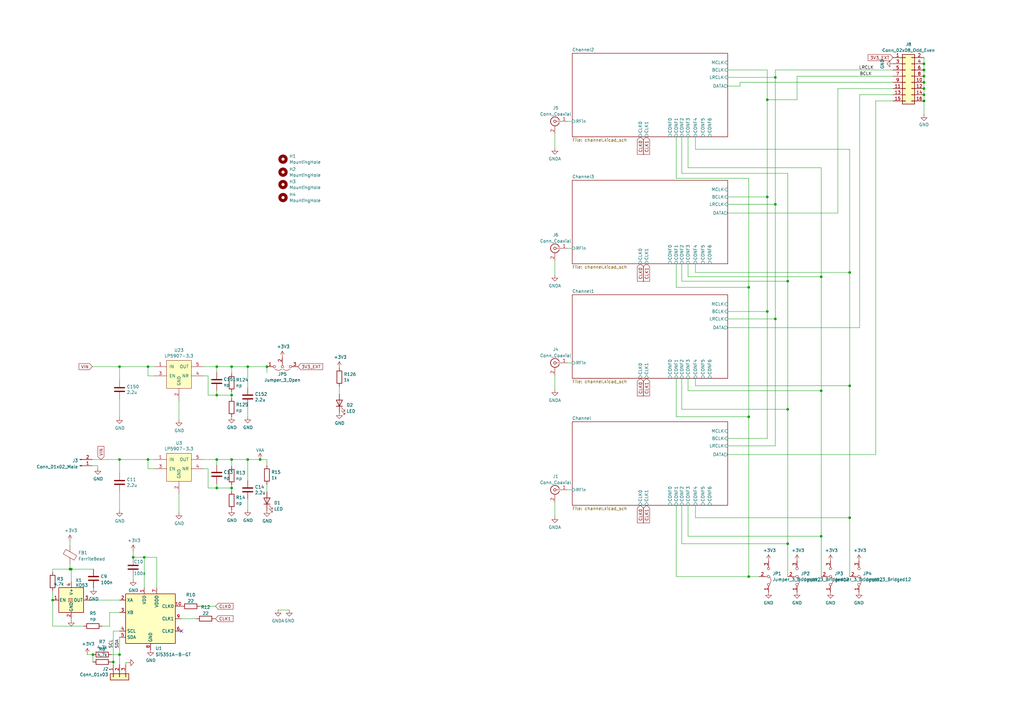
<source format=kicad_sch>
(kicad_sch (version 20250114) (generator "eeschema") (generator_version "9.0")
  (paper "A3")
  (title_block (title "Multichannel shortwave receiver") (date "2025-08-03") (rev "1") (company "DC4HP hnch@gmx.net") (comment 1 "Designed for AISLER 2-Layer Service"))
  (lib_symbols
    (symbol "Connector:Conn_01x02_Male" (pin_names (offset 1.016) (hide yes))
      (property "Reference" "J" (at 0 2.54 0))
      (property "Value" "Conn_01x02_Male" (at 0 -5.08 0))
      (symbol "Conn_01x02_Male_1_1"
        (rectangle (start 0.8636 0.127) (end 0 -0.127) (stroke (width 0.1524)) (fill (type outline)))
        (rectangle (start 0.8636 -2.413) (end 0 -2.667) (stroke (width 0.1524)) (fill (type outline)))
        (polyline (pts (xy 1.27 0) (xy 0.8636 0)) (stroke (width 0.1524)))
        (polyline (pts (xy 1.27 -2.54) (xy 0.8636 -2.54)) (stroke (width 0.1524)))
        (pin passive line (at 5.08 0 180) (length 3.81) (name "Pin_1") (number "1"))
        (pin passive line (at 5.08 -2.54 180) (length 3.81) (name "Pin_2") (number "2"))
      )
    )
    (symbol "Connector:Conn_01x03" (pin_names (offset 1.016) (hide yes))
      (property "Reference" "J" (at 0 5.08 0))
      (property "Value" "Connector_Conn_01x03" (at 0 -5.08 0))
      (symbol "Conn_01x03_1_1"
        (rectangle (start -1.27 3.81) (end 1.27 -3.81) (stroke (width 0.254)) (fill (type background)))
        (rectangle (start -1.27 2.667) (end 0 2.413) (stroke (width 0.1524)))
        (rectangle (start -1.27 0.127) (end 0 -0.127) (stroke (width 0.1524)))
        (rectangle (start -1.27 -2.413) (end 0 -2.667) (stroke (width 0.1524)))
        (pin passive line (at -5.08 2.54 0) (length 3.81) (name "Pin_1") (number "1"))
        (pin passive line (at -5.08 0 0) (length 3.81) (name "Pin_2") (number "2"))
        (pin passive line (at -5.08 -2.54 0) (length 3.81) (name "Pin_3") (number "3"))
      )
    )
    (symbol "Connector:Conn_Coaxial" (pin_names (offset 1.016) (hide yes))
      (property "Reference" "J" (at 0.254 3.048 0))
      (property "Value" "Conn_Coaxial" (at 2.921 0 90))
      (symbol "Conn_Coaxial_0_1"
        (polyline (pts (xy -2.54 0) (xy -0.508 0)))
        (arc (start 1.778 0) (mid 0.222 -1.8079) (end -1.778 -0.508) (stroke (width 0.254)))
        (arc (start -1.778 0.508) (mid 0.2221 1.8084) (end 1.778 0) (stroke (width 0.254)))
        (circle (center 0 0) (radius 0.508) (stroke (width 0.2032)))
        (polyline (pts (xy 0 -2.54) (xy 0 -1.778)))
      )
      (symbol "Conn_Coaxial_1_1"
        (pin passive line (at -5.08 0 0) (length 2.54) (name "In") (number "1"))
        (pin passive line (at 0 -5.08 90) (length 2.54) (name "Ext") (number "2"))
      )
    )
    (symbol "Connector_Generic:Conn_02x08_Odd_Even" (pin_names (offset 1.016) (hide yes))
      (property "Reference" "J" (at 1.27 10.16 0))
      (property "Value" "Conn_02x08_Odd_Even" (at 1.27 -12.7 0))
      (symbol "Conn_02x08_Odd_Even_1_1"
        (rectangle (start -1.27 8.89) (end 3.81 -11.43) (stroke (width 0.254)) (fill (type background)))
        (rectangle (start -1.27 7.747) (end 0 7.493) (stroke (width 0.1524)))
        (rectangle (start -1.27 5.207) (end 0 4.953) (stroke (width 0.1524)))
        (rectangle (start -1.27 2.667) (end 0 2.413) (stroke (width 0.1524)))
        (rectangle (start -1.27 0.127) (end 0 -0.127) (stroke (width 0.1524)))
        (rectangle (start -1.27 -2.413) (end 0 -2.667) (stroke (width 0.1524)))
        (rectangle (start -1.27 -4.953) (end 0 -5.207) (stroke (width 0.1524)))
        (rectangle (start -1.27 -7.493) (end 0 -7.747) (stroke (width 0.1524)))
        (rectangle (start -1.27 -10.033) (end 0 -10.287) (stroke (width 0.1524)))
        (rectangle (start 3.81 7.747) (end 2.54 7.493) (stroke (width 0.1524)))
        (rectangle (start 3.81 5.207) (end 2.54 4.953) (stroke (width 0.1524)))
        (rectangle (start 3.81 2.667) (end 2.54 2.413) (stroke (width 0.1524)))
        (rectangle (start 3.81 0.127) (end 2.54 -0.127) (stroke (width 0.1524)))
        (rectangle (start 3.81 -2.413) (end 2.54 -2.667) (stroke (width 0.1524)))
        (rectangle (start 3.81 -4.953) (end 2.54 -5.207) (stroke (width 0.1524)))
        (rectangle (start 3.81 -7.493) (end 2.54 -7.747) (stroke (width 0.1524)))
        (rectangle (start 3.81 -10.033) (end 2.54 -10.287) (stroke (width 0.1524)))
        (pin passive line (at -5.08 7.62 0) (length 3.81) (name "Pin_1") (number "1"))
        (pin passive line (at -5.08 5.08 0) (length 3.81) (name "Pin_3") (number "3"))
        (pin passive line (at -5.08 2.54 0) (length 3.81) (name "Pin_5") (number "5"))
        (pin passive line (at -5.08 0 0) (length 3.81) (name "Pin_7") (number "7"))
        (pin passive line (at -5.08 -2.54 0) (length 3.81) (name "Pin_9") (number "9"))
        (pin passive line (at -5.08 -5.08 0) (length 3.81) (name "Pin_11") (number "11"))
        (pin passive line (at -5.08 -7.62 0) (length 3.81) (name "Pin_13") (number "13"))
        (pin passive line (at -5.08 -10.16 0) (length 3.81) (name "Pin_15") (number "15"))
        (pin passive line (at 7.62 7.62 180) (length 3.81) (name "Pin_2") (number "2"))
        (pin passive line (at 7.62 5.08 180) (length 3.81) (name "Pin_4") (number "4"))
        (pin passive line (at 7.62 2.54 180) (length 3.81) (name "Pin_6") (number "6"))
        (pin passive line (at 7.62 0 180) (length 3.81) (name "Pin_8") (number "8"))
        (pin passive line (at 7.62 -2.54 180) (length 3.81) (name "Pin_10") (number "10"))
        (pin passive line (at 7.62 -5.08 180) (length 3.81) (name "Pin_12") (number "12"))
        (pin passive line (at 7.62 -7.62 180) (length 3.81) (name "Pin_14") (number "14"))
        (pin passive line (at 7.62 -10.16 180) (length 3.81) (name "Pin_16") (number "16"))
      )
    )
    (symbol "Device:C" (pin_numbers (hide yes)) (pin_names (offset 0.254))
      (property "Reference" "C" (at 0.635 2.54 0))
      (property "Value" "C" (at 0.635 -2.54 0))
      (symbol "C_0_1"
        (polyline (pts (xy -2.032 0.762) (xy 2.032 0.762)) (stroke (width 0.508)))
        (polyline (pts (xy -2.032 -0.762) (xy 2.032 -0.762)) (stroke (width 0.508)))
      )
      (symbol "C_1_1"
        (pin passive line (at 0 3.81 270) (length 2.794) (name "~") (number "1"))
        (pin passive line (at 0 -3.81 90) (length 2.794) (name "~") (number "2"))
      )
    )
    (symbol "Device:FerriteBead" (pin_numbers (hide yes)) (pin_names (offset 0))
      (property "Reference" "FB" (at -3.81 0.635 90))
      (property "Value" "FerriteBead" (at 3.81 0 90))
      (symbol "FerriteBead_0_1"
        (polyline (pts (xy -2.7686 0.4064) (xy -1.7018 2.2606) (xy 2.7686 -0.3048) (xy 1.6764 -2.159) (xy -2.7686 0.4064)))
        (polyline (pts (xy 0 1.27) (xy 0 1.2954)))
        (polyline (pts (xy 0 -1.27) (xy 0 -1.2192)))
      )
      (symbol "FerriteBead_1_1"
        (pin passive line (at 0 3.81 270) (length 2.54) (name "~") (number "1"))
        (pin passive line (at 0 -3.81 90) (length 2.54) (name "~") (number "2"))
      )
    )
    (symbol "Device:LED" (pin_numbers (hide yes)) (pin_names (offset 1.016) (hide yes))
      (property "Reference" "D" (at 0 2.54 0))
      (property "Value" "LED" (at 0 -2.54 0))
      (symbol "LED_0_1"
        (polyline (pts (xy -3.048 -0.762) (xy -4.572 -2.286) (xy -3.81 -2.286) (xy -4.572 -2.286) (xy -4.572 -1.524)))
        (polyline (pts (xy -1.778 -0.762) (xy -3.302 -2.286) (xy -2.54 -2.286) (xy -3.302 -2.286) (xy -3.302 -1.524)))
        (polyline (pts (xy -1.27 0) (xy 1.27 0)))
        (polyline (pts (xy -1.27 -1.27) (xy -1.27 1.27)) (stroke (width 0.254)))
        (polyline (pts (xy 1.27 -1.27) (xy 1.27 1.27) (xy -1.27 0) (xy 1.27 -1.27)) (stroke (width 0.254)))
      )
      (symbol "LED_1_1"
        (pin passive line (at -3.81 0 0) (length 2.54) (name "K") (number "1"))
        (pin passive line (at 3.81 0 180) (length 2.54) (name "A") (number "2"))
      )
    )
    (symbol "Device:R" (pin_numbers (hide yes)) (pin_names (offset 0))
      (property "Reference" "R" (at 2.032 0 90))
      (property "Value" "R" (at 0 0 90))
      (symbol "R_0_1"
        (rectangle (start -1.016 -2.54) (end 1.016 2.54) (stroke (width 0.254)))
      )
      (symbol "R_1_1"
        (pin passive line (at 0 3.81 270) (length 1.27) (name "~") (number "1"))
        (pin passive line (at 0 -3.81 90) (length 1.27) (name "~") (number "2"))
      )
    )
    (symbol "GND_1" (power) (pin_names (offset 0))
      (property "Value" "GND_1" (at 0 -3.81 0))
      (symbol "GND_1_0_1"
        (polyline (pts (xy 0 0) (xy 0 -1.27) (xy 1.27 -1.27) (xy 0 -2.54) (xy -1.27 -1.27) (xy 0 -1.27)))
      )
      (symbol "GND_1_1_1"
        (pin power_in line (at 0 0 270) (length 0) (hide yes) (name "GND") (number "1"))
      )
    )
    (symbol "Jumper:Jumper_3_Bridged12" (pin_names (offset 0) (hide yes))
      (property "Reference" "JP" (at -2.54 -2.54 0))
      (property "Value" "Jumper_3_Bridged12" (at 0 2.794 0))
      (symbol "Jumper_3_Bridged12_0_0"
        (circle (center -3.302 0) (radius 0.508))
        (circle (center 0 0) (radius 0.508))
        (circle (center 3.302 0) (radius 0.508))
      )
      (symbol "Jumper_3_Bridged12_0_1"
        (arc (start -3.048 0.508) (mid -1.651 0.9912) (end -0.254 0.508))
        (polyline (pts (xy 0 -1.27) (xy 0 -0.508)))
      )
      (symbol "Jumper_3_Bridged12_1_1"
        (pin passive line (at -6.35 0 0) (length 2.54) (name "A") (number "1"))
        (pin passive line (at 0 -3.81 90) (length 2.54) (name "C") (number "2"))
        (pin passive line (at 6.35 0 180) (length 2.54) (name "B") (number "3"))
      )
    )
    (symbol "Jumper:Jumper_3_Open" (pin_names (offset 0) (hide yes))
      (property "Reference" "JP" (at -2.54 -2.54 0))
      (property "Value" "Jumper_3_Open" (at 0 2.794 0))
      (symbol "Jumper_3_Open_0_0"
        (circle (center -3.302 0) (radius 0.508))
        (circle (center 0 0) (radius 0.508))
        (circle (center 3.302 0) (radius 0.508))
      )
      (symbol "Jumper_3_Open_0_1"
        (arc (start -3.048 1.016) (mid -1.651 1.4992) (end -0.254 1.016))
        (polyline (pts (xy 0 -0.508) (xy 0 -1.27)))
        (arc (start 0.254 1.016) (mid 1.651 1.4992) (end 3.048 1.016))
      )
      (symbol "Jumper_3_Open_1_1"
        (pin passive line (at -6.35 0 0) (length 2.54) (name "A") (number "1"))
        (pin passive line (at 0 -3.81 90) (length 2.54) (name "C") (number "2"))
        (pin passive line (at 6.35 0 180) (length 2.54) (name "B") (number "3"))
      )
    )
    (symbol "Mechanical:MountingHole" (pin_names (offset 1.016))
      (property "Reference" "H" (at 0 5.08 0))
      (property "Value" "MountingHole" (at 0 3.175 0))
      (symbol "MountingHole_0_1"
        (circle (center 0 0) (radius 1.27) (stroke (width 1.27)))
      )
    )
    (symbol "Oscillator:Si5351A-B-GT"
      (property "Reference" "U" (at -8.89 11.43 0))
      (property "Value" "Si5351A-B-GT" (at -12.7 -12.7 0))
      (symbol "Si5351A-B-GT_0_1"
        (rectangle (start -10.16 10.16) (end 10.16 -10.16) (stroke (width 0.254)) (fill (type background)))
      )
      (symbol "Si5351A-B-GT_1_1"
        (pin input line (at -12.7 7.62 0) (length 2.54) (name "XA") (number "2"))
        (pin input line (at -12.7 2.54 0) (length 2.54) (name "XB") (number "3"))
        (pin input line (at -12.7 -5.08 0) (length 2.54) (name "SCL") (number "4"))
        (pin bidirectional line (at -12.7 -7.62 0) (length 2.54) (name "SDA") (number "5"))
        (pin power_in line (at -2.54 12.7 270) (length 2.54) (name "VDD") (number "1"))
        (pin power_in line (at 0 -12.7 90) (length 2.54) (name "GND") (number "8"))
        (pin power_in line (at 2.54 12.7 270) (length 2.54) (name "VDDO") (number "7"))
        (pin output line (at 12.7 5.08 180) (length 2.54) (name "CLK0") (number "10"))
        (pin output line (at 12.7 0 180) (length 2.54) (name "CLK1") (number "9"))
        (pin output line (at 12.7 -5.08 180) (length 2.54) (name "CLK2") (number "6"))
      )
    )
    (symbol "Oscillator:XO53" (pin_names (offset 0.254))
      (property "Reference" "X" (at -5.08 6.35 0))
      (property "Value" "XO53" (at 1.27 -6.35 0))
      (symbol "XO53_0_1"
        (rectangle (start -5.08 5.08) (end 5.08 -5.08) (stroke (width 0.254)) (fill (type background)))
        (polyline (pts (xy 0.762 -0.762) (xy 0.508 -0.762) (xy 0.508 0.762) (xy 0 0.762) (xy 0 -0.762) (xy -0.508 -0.762) (xy -0.508 0.762) (xy -1.016 0.762) (xy -1.016 -0.762) (xy -1.27 -0.762)))
      )
      (symbol "XO53_1_1"
        (pin input line (at -7.62 0 0) (length 2.54) (name "EN") (number "1"))
        (pin power_in line (at 0 7.62 270) (length 2.54) (name "V+") (number "4"))
        (pin power_in line (at 0 -7.62 90) (length 2.54) (name "GND") (number "2"))
        (pin output line (at 7.62 0 180) (length 2.54) (name "OUT") (number "3"))
      )
    )
    (symbol "adrf:TPS73233" (pin_names (offset 1.016))
      (property "Reference" "U" (at 0 0 0))
      (property "Value" "TPS73233" (at 0 0 0))
      (symbol "TPS73233_0_1"
        (rectangle (start -5.08 -1.27) (end 5.08 -12.7) (fill (type background)))
        (rectangle (start 5.08 -12.7) (end 5.08 -12.7))
      )
      (symbol "TPS73233_1_1"
        (pin power_in line (at -10.16 -3.81 0) (length 5.08) (name "IN") (number "1"))
        (pin input line (at -10.16 -7.62 0) (length 5.08) (name "EN") (number "3"))
        (pin passive line (at 0 -17.78 90) (length 5.08) (name "GND") (number "2"))
        (pin power_out line (at 10.16 -3.81 180) (length 5.08) (name "OUT") (number "5"))
        (pin passive line (at 10.16 -7.62 180) (length 5.08) (name "NR") (number "4"))
      )
    )
    (symbol "device:C" (pin_numbers (hide yes)) (pin_names (offset 0.254))
      (property "Reference" "C" (at 0.635 2.54 0))
      (property "Value" "device_C" (at 0.635 -2.54 0))
      (symbol "C_0_1"
        (polyline (pts (xy -2.032 0.762) (xy 2.032 0.762)) (stroke (width 0.508)))
        (polyline (pts (xy -2.032 -0.762) (xy 2.032 -0.762)) (stroke (width 0.508)))
      )
      (symbol "C_1_1"
        (pin passive line (at 0 3.81 270) (length 2.794) (name "~") (number "1"))
        (pin passive line (at 0 -3.81 90) (length 2.794) (name "~") (number "2"))
      )
    )
    (symbol "device:R" (pin_numbers (hide yes)) (pin_names (offset 0))
      (property "Reference" "R" (at 2.032 0 90))
      (property "Value" "device_R" (at 0 0 90))
      (symbol "R_0_1"
        (rectangle (start -1.016 -2.54) (end 1.016 2.54) (stroke (width 0.254)))
      )
      (symbol "R_1_1"
        (pin passive line (at 0 3.81 270) (length 1.27) (name "~") (number "1"))
        (pin passive line (at 0 -3.81 90) (length 1.27) (name "~") (number "2"))
      )
    )
    (symbol "power:+3V3" (power) (pin_names (offset 0))
      (property "Value" "+3V3" (at 0 3.556 0))
      (symbol "+3V3_0_1"
        (polyline (pts (xy -0.762 1.27) (xy 0 2.54)))
        (polyline (pts (xy 0 2.54) (xy 0.762 1.27)))
        (polyline (pts (xy 0 0) (xy 0 2.54)))
      )
      (symbol "+3V3_1_1"
        (pin power_in line (at 0 0 90) (length 0) (hide yes) (name "+3V3") (number "1"))
      )
    )
    (symbol "power:GND" (power) (pin_names (offset 0))
      (property "Value" "GND" (at 0 -3.81 0))
      (symbol "GND_0_1"
        (polyline (pts (xy 0 0) (xy 0 -1.27) (xy 1.27 -1.27) (xy 0 -2.54) (xy -1.27 -1.27) (xy 0 -1.27)))
      )
      (symbol "GND_1_1"
        (pin power_in line (at 0 0 270) (length 0) (hide yes) (name "GND") (number "1"))
      )
    )
    (symbol "power:GNDA" (power) (pin_names (offset 0))
      (property "Value" "GNDA" (at 0 -3.81 0))
      (symbol "GNDA_0_1"
        (polyline (pts (xy 0 0) (xy 0 -1.27) (xy 1.27 -1.27) (xy 0 -2.54) (xy -1.27 -1.27) (xy 0 -1.27)))
      )
      (symbol "GNDA_1_1"
        (pin power_in line (at 0 0 270) (length 0) (hide yes) (name "GNDA") (number "1"))
      )
    )
    (symbol "power:VAA" (power) (pin_names (offset 0))
      (property "Value" "VAA" (at 0 3.81 0))
      (symbol "VAA_0_1"
        (polyline (pts (xy -0.762 1.27) (xy 0 2.54)))
        (polyline (pts (xy 0 2.54) (xy 0.762 1.27)))
        (polyline (pts (xy 0 0) (xy 0 2.54)))
      )
      (symbol "VAA_1_1"
        (pin power_in line (at 0 0 90) (length 0) (hide yes) (name "VAA") (number "1"))
      )
    )
  )
  (junction (at 378.968 28.702))
  (junction (at 29.21 233.426))
  (junction (at 59.182 228.6))
  (junction (at 88.9 200.152))
  (junction (at 378.968 41.402))
  (junction (at 94.996 200.152))
  (junction (at 94.996 188.468))
  (junction (at 49.022 188.468))
  (junction (at 307.086 170.942))
  (junction (at 106.68 188.468))
  (junction (at 348.488 212.344))
  (junction (at 101.6 150.368))
  (junction (at 109.474 150.368))
  (junction (at 54.61 228.6))
  (junction (at 336.804 113.538))
  (junction (at 378.968 33.782))
  (junction (at 28.702 233.426))
  (junction (at 60.706 188.468))
  (junction (at 94.996 162.052))
  (junction (at 314.706 127.762))
  (junction (at 88.9 188.468))
  (junction (at 38.1 268.478))
  (junction (at 318.008 83.82))
  (junction (at 46.482 271.526))
  (junction (at 348.488 158.242))
  (junction (at 101.6 188.468))
  (junction (at 348.488 111.76))
  (junction (at 378.968 38.862))
  (junction (at 88.9 150.368))
  (junction (at 49.022 150.368))
  (junction (at 21.59 246.126))
  (junction (at 378.968 31.242))
  (junction (at 314.706 80.772))
  (junction (at 336.804 160.274))
  (junction (at 323.088 115.316))
  (junction (at 378.968 26.162))
  (junction (at 60.706 150.368))
  (junction (at 336.804 219.964))
  (junction (at 314.706 40.894))
  (junction (at 307.086 236.474))
  (junction (at 88.9 162.052))
  (junction (at 94.996 150.368))
  (junction (at 318.008 31.75))
  (junction (at 49.022 268.478))
  (junction (at 323.088 223.012))
  (junction (at 323.088 167.894))
  (junction (at 318.008 130.81))
  (junction (at 307.086 117.856))
  (junction (at 378.968 36.322))
  (no_connect (at 74.422 258.826))
  (wire (pts (xy 28.702 233.426) (xy 28.702 231.394)))
  (wire (pts (xy 85.344 200.152) (xy 88.9 200.152)))
  (wire (pts (xy 348.488 236.474) (xy 348.488 212.344)))
  (wire (pts (xy 336.804 113.538) (xy 282.194 113.538)))
  (wire (pts (xy 314.706 40.894) (xy 314.706 28.702)))
  (wire (pts (xy 73.406 202.438) (xy 73.406 210.312)))
  (wire (pts (xy 323.088 223.012) (xy 323.088 167.894)))
  (wire (pts (xy 38.354 241.046) (xy 38.354 241.3)))
  (wire (pts (xy 80.518 253.746) (xy 74.422 253.746)))
  (wire (pts (xy 352.552 38.862) (xy 366.268 38.862)))
  (wire (pts (xy 323.088 167.894) (xy 279.654 167.894)))
  (wire (pts (xy 336.804 113.538) (xy 336.804 68.834)))
  (wire (pts (xy 41.91 256.794) (xy 44.958 256.794)))
  (wire (pts (xy 282.194 219.964) (xy 336.804 219.964)))
  (wire (pts (xy 298.45 179.832) (xy 314.706 179.832)))
  (wire (pts (xy 94.996 162.052) (xy 94.996 160.782)))
  (wire (pts (xy 46.482 272.542) (xy 46.482 271.526)))
  (wire (pts (xy 307.086 117.856) (xy 277.368 117.856)))
  (wire (pts (xy 63.246 154.178) (xy 60.706 154.178)))
  (wire (pts (xy 378.968 23.622) (xy 378.968 26.162)))
  (wire (pts (xy 51.562 272.542) (xy 51.562 271.78)))
  (wire (pts (xy 307.086 236.474) (xy 311.404 236.474)))
  (wire (pts (xy 38.1 268.478) (xy 38.1 271.526)))
  (wire (pts (xy 348.488 158.242) (xy 285.242 158.242)))
  (wire (pts (xy 232.664 200.914) (xy 234.696 200.914)))
  (wire (pts (xy 298.45 35.306) (xy 303.53 35.306)))
  (wire (pts (xy 348.488 61.214) (xy 285.242 61.214)))
  (wire (pts (xy 88.9 162.052) (xy 88.9 160.274)))
  (wire (pts (xy 227.584 106.934) (xy 227.584 112.776)))
  (wire (pts (xy 298.45 31.75) (xy 318.008 31.75)))
  (wire (pts (xy 40.132 191.008) (xy 37.846 191.008)))
  (wire (pts (xy 60.706 188.468) (xy 63.246 188.468)))
  (wire (pts (xy 348.488 158.242) (xy 348.488 111.76)))
  (wire (pts (xy 378.968 26.162) (xy 378.968 28.702)))
  (wire (pts (xy 114.046 250.19) (xy 118.618 250.19)))
  (wire (pts (xy 318.008 83.82) (xy 318.008 31.75)))
  (wire (pts (xy 336.804 68.834) (xy 282.194 68.834)))
  (wire (pts (xy 303.53 35.306) (xy 303.53 33.782)))
  (wire (pts (xy 94.996 201.422) (xy 94.996 200.152)))
  (wire (pts (xy 352.552 134.366) (xy 352.552 38.862)))
  (wire (pts (xy 285.242 111.76) (xy 285.242 108.204)))
  (wire (pts (xy 279.654 207.264) (xy 279.654 223.012)))
  (wire (pts (xy 277.368 236.474) (xy 307.086 236.474)))
  (wire (pts (xy 36.83 246.126) (xy 49.022 246.126)))
  (wire (pts (xy 326.898 40.894) (xy 314.706 40.894)))
  (wire (pts (xy 88.9 190.754) (xy 88.9 188.468)))
  (wire (pts (xy 85.344 154.178) (xy 85.344 162.052)))
  (wire (pts (xy 88.392 248.666) (xy 82.042 248.666)))
  (wire (pts (xy 378.968 36.322) (xy 378.968 38.862)))
  (wire (pts (xy 285.242 207.264) (xy 285.242 212.344)))
  (wire (pts (xy 378.968 28.702) (xy 378.968 31.242)))
  (wire (pts (xy 232.664 148.844) (xy 234.696 148.844)))
  (wire (pts (xy 348.488 111.76) (xy 348.488 61.214)))
  (wire (pts (xy 101.6 197.104) (xy 101.6 188.468)))
  (wire (pts (xy 298.45 182.88) (xy 318.008 182.88)))
  (wire (pts (xy 49.022 268.478) (xy 49.022 272.542)))
  (wire (pts (xy 323.088 115.316) (xy 279.654 115.316)))
  (wire (pts (xy 101.6 150.368) (xy 109.474 150.368)))
  (wire (pts (xy 109.474 198.628) (xy 109.474 201.676)))
  (wire (pts (xy 59.182 241.046) (xy 59.182 228.6)))
  (wire (pts (xy 37.846 188.468) (xy 49.022 188.468)))
  (wire (pts (xy 323.088 167.894) (xy 323.088 115.316)))
  (wire (pts (xy 60.706 188.468) (xy 60.706 192.278)))
  (wire (pts (xy 298.45 130.81) (xy 318.008 130.81)))
  (wire (pts (xy 378.968 33.782) (xy 378.968 36.322)))
  (wire (pts (xy 29.21 233.426) (xy 29.21 238.506)))
  (wire (pts (xy 85.344 154.178) (xy 83.566 154.178)))
  (wire (pts (xy 106.68 188.468) (xy 109.474 188.468)))
  (wire (pts (xy 21.59 233.426) (xy 28.702 233.426)))
  (wire (pts (xy 59.182 228.6) (xy 54.61 228.6)))
  (wire (pts (xy 85.344 162.052) (xy 88.9 162.052)))
  (wire (pts (xy 277.368 73.152) (xy 277.368 56.134)))
  (wire (pts (xy 323.088 223.012) (xy 323.088 236.474)))
  (wire (pts (xy 282.194 56.134) (xy 282.194 68.834)))
  (wire (pts (xy 94.996 188.468) (xy 88.9 188.468)))
  (wire (pts (xy 101.6 204.724) (xy 101.6 209.042)))
  (wire (pts (xy 85.344 192.278) (xy 85.344 200.152)))
  (wire (pts (xy 298.45 186.436) (xy 359.156 186.436)))
  (wire (pts (xy 49.022 261.366) (xy 49.022 268.478)))
  (wire (pts (xy 88.9 162.052) (xy 94.996 162.052)))
  (wire (pts (xy 277.368 170.942) (xy 307.086 170.942)))
  (wire (pts (xy 28.702 223.774) (xy 28.702 221.996)))
  (wire (pts (xy 307.086 170.942) (xy 307.086 236.474)))
  (wire (pts (xy 101.6 159.004) (xy 101.6 150.368)))
  (wire (pts (xy 366.268 28.702) (xy 318.008 28.702)))
  (wire (pts (xy 73.406 164.338) (xy 73.406 172.212)))
  (wire (pts (xy 88.9 152.654) (xy 88.9 150.368)))
  (wire (pts (xy 336.804 113.538) (xy 336.804 160.274)))
  (wire (pts (xy 298.45 87.376) (xy 343.662 87.376)))
  (wire (pts (xy 64.262 228.6) (xy 59.182 228.6)))
  (wire (pts (xy 314.706 179.832) (xy 314.706 127.762)))
  (wire (pts (xy 21.59 256.794) (xy 34.29 256.794)))
  (wire (pts (xy 46.482 271.526) (xy 46.482 258.826)))
  (wire (pts (xy 232.664 49.784) (xy 234.696 49.784)))
  (wire (pts (xy 45.72 268.478) (xy 49.022 268.478)))
  (wire (pts (xy 307.086 170.942) (xy 307.086 117.856)))
  (wire (pts (xy 46.482 258.826) (xy 49.022 258.826)))
  (wire (pts (xy 54.61 228.6) (xy 54.61 228.854)))
  (wire (pts (xy 279.654 155.194) (xy 279.654 167.894)))
  (wire (pts (xy 279.654 223.012) (xy 323.088 223.012)))
  (wire (pts (xy 336.804 219.964) (xy 336.804 160.274)))
  (wire (pts (xy 28.702 233.426) (xy 29.21 233.426)))
  (wire (pts (xy 298.45 28.702) (xy 314.706 28.702)))
  (wire (pts (xy 298.45 134.366) (xy 352.552 134.366)))
  (wire (pts (xy 348.488 111.76) (xy 285.242 111.76)))
  (wire (pts (xy 348.488 212.344) (xy 285.242 212.344)))
  (wire (pts (xy 378.968 38.862) (xy 378.968 41.402)))
  (wire (pts (xy 285.242 158.242) (xy 285.242 155.194)))
  (wire (pts (xy 54.61 226.06) (xy 54.61 228.6)))
  (wire (pts (xy 318.008 182.88) (xy 318.008 130.81)))
  (wire (pts (xy 60.706 150.368) (xy 63.246 150.368)))
  (wire (pts (xy 232.664 101.854) (xy 234.696 101.854)))
  (wire (pts (xy 101.6 188.468) (xy 106.68 188.468)))
  (wire (pts (xy 227.584 153.924) (xy 227.584 159.766)))
  (wire (pts (xy 94.996 200.152) (xy 94.996 198.882)))
  (wire (pts (xy 94.996 150.368) (xy 88.9 150.368)))
  (wire (pts (xy 63.246 192.278) (xy 60.706 192.278)))
  (wire (pts (xy 109.474 188.468) (xy 109.474 191.008)))
  (wire (pts (xy 54.61 236.474) (xy 54.61 237.744)))
  (wire (pts (xy 88.9 150.368) (xy 83.566 150.368)))
  (wire (pts (xy 279.654 56.134) (xy 279.654 71.12)))
  (wire (pts (xy 318.008 28.702) (xy 318.008 31.75)))
  (wire (pts (xy 21.59 234.696) (xy 21.59 233.426)))
  (wire (pts (xy 282.194 113.538) (xy 282.194 108.204)))
  (wire (pts (xy 60.706 150.368) (xy 60.706 154.178)))
  (wire (pts (xy 109.474 150.368) (xy 109.474 152.908)))
  (wire (pts (xy 85.344 192.278) (xy 83.566 192.278)))
  (wire (pts (xy 94.996 191.262) (xy 94.996 188.468)))
  (wire (pts (xy 64.262 241.046) (xy 64.262 228.6)))
  (wire (pts (xy 298.45 127.762) (xy 314.706 127.762)))
  (wire (pts (xy 343.662 87.376) (xy 343.662 36.322)))
  (wire (pts (xy 378.968 41.402) (xy 378.968 46.99)))
  (wire (pts (xy 298.45 80.772) (xy 314.706 80.772)))
  (wire (pts (xy 35.814 268.478) (xy 38.1 268.478)))
  (wire (pts (xy 318.008 130.81) (xy 318.008 83.82)))
  (wire (pts (xy 40.132 192.024) (xy 40.132 191.008)))
  (wire (pts (xy 29.21 233.426) (xy 38.354 233.426)))
  (wire (pts (xy 279.654 108.204) (xy 279.654 115.316)))
  (wire (pts (xy 29.21 253.746) (xy 29.21 254.254)))
  (wire (pts (xy 101.6 166.624) (xy 101.6 170.942)))
  (wire (pts (xy 336.804 219.964) (xy 336.804 236.474)))
  (wire (pts (xy 49.022 163.576) (xy 49.022 171.196)))
  (wire (pts (xy 279.654 71.12) (xy 323.088 71.12)))
  (wire (pts (xy 298.45 83.82) (xy 318.008 83.82)))
  (wire (pts (xy 49.022 201.676) (xy 49.022 209.296)))
  (wire (pts (xy 94.996 163.322) (xy 94.996 162.052)))
  (wire (pts (xy 285.242 56.134) (xy 285.242 61.214)))
  (wire (pts (xy 88.9 200.152) (xy 88.9 198.374)))
  (wire (pts (xy 307.086 73.152) (xy 277.368 73.152)))
  (wire (pts (xy 366.268 31.242) (xy 326.898 31.242)))
  (wire (pts (xy 139.192 158.496) (xy 139.192 161.544)))
  (wire (pts (xy 49.022 150.368) (xy 49.022 155.956)))
  (wire (pts (xy 88.9 188.468) (xy 83.566 188.468)))
  (wire (pts (xy 37.846 150.368) (xy 49.022 150.368)))
  (wire (pts (xy 49.022 150.368) (xy 60.706 150.368)))
  (wire (pts (xy 326.898 31.242) (xy 326.898 40.894)))
  (wire (pts (xy 51.562 271.78) (xy 52.324 271.78)))
  (wire (pts (xy 348.488 212.344) (xy 348.488 158.242)))
  (wire (pts (xy 49.022 188.468) (xy 60.706 188.468)))
  (wire (pts (xy 359.156 186.436) (xy 359.156 41.402)))
  (wire (pts (xy 88.392 253.746) (xy 88.138 253.746)))
  (wire (pts (xy 44.958 251.206) (xy 49.022 251.206)))
  (wire (pts (xy 336.804 160.274) (xy 282.194 160.274)))
  (wire (pts (xy 94.996 150.368) (xy 101.6 150.368)))
  (wire (pts (xy 94.996 188.468) (xy 101.6 188.468)))
  (wire (pts (xy 323.088 115.316) (xy 323.088 71.12)))
  (wire (pts (xy 314.706 80.772) (xy 314.706 40.894)))
  (wire (pts (xy 307.086 73.152) (xy 307.086 117.856)))
  (wire (pts (xy 88.9 200.152) (xy 94.996 200.152)))
  (wire (pts (xy 45.72 271.526) (xy 46.482 271.526)))
  (wire (pts (xy 378.968 31.242) (xy 378.968 33.782)))
  (wire (pts (xy 282.194 207.264) (xy 282.194 219.964)))
  (wire (pts (xy 227.584 205.994) (xy 227.584 211.836)))
  (wire (pts (xy 277.368 155.194) (xy 277.368 170.942)))
  (wire (pts (xy 282.194 155.194) (xy 282.194 160.274)))
  (wire (pts (xy 343.662 36.322) (xy 366.268 36.322)))
  (wire (pts (xy 21.59 242.316) (xy 21.59 246.126)))
  (wire (pts (xy 277.368 207.264) (xy 277.368 236.474)))
  (wire (pts (xy 94.996 153.162) (xy 94.996 150.368)))
  (wire (pts (xy 314.706 127.762) (xy 314.706 80.772)))
  (wire (pts (xy 49.022 188.468) (xy 49.022 194.056)))
  (wire (pts (xy 21.59 246.126) (xy 21.59 256.794)))
  (wire (pts (xy 277.368 117.856) (xy 277.368 108.204)))
  (wire (pts (xy 227.584 54.864) (xy 227.584 60.706)))
  (wire (pts (xy 359.156 41.402) (xy 366.268 41.402)))
  (wire (pts (xy 44.958 256.794) (xy 44.958 251.206)))
  (wire (pts (xy 303.53 33.782) (xy 366.268 33.782)))
  (label "LRCLK" (at 352.298 28.702 0))
  (label "SCL" (at 46.482 265.938 90))
  (label "BCLK" (at 352.552 31.242 0))
  (label "SDA" (at 49.022 265.938 90))
  (global_label "VIN" (shape input) (at 41.402 188.468 90) (property "Intersheetrefs" "${INTERSHEET_REFS}" (effects (hide yes))) (property "Referenzen zwischen Schaltplänen" "${INTERSHEET_REFS}" (effects (hide yes))))
  (global_label "CLK0" (shape input) (at 262.636 108.204 270) (property "Intersheetrefs" "${INTERSHEET_REFS}" (effects (hide yes))) (property "Referenzen zwischen Schaltplänen" "${INTERSHEET_REFS}" (effects (hide yes))))
  (global_label "CLK0" (shape input) (at 88.392 248.666 0) (property "Intersheetrefs" "${INTERSHEET_REFS}" (effects (hide yes))) (property "Referenzen zwischen Schaltplänen" "${INTERSHEET_REFS}" (effects (hide yes))))
  (global_label "CLK1" (shape input) (at 265.176 155.194 270) (property "Intersheetrefs" "${INTERSHEET_REFS}" (effects (hide yes))) (property "Referenzen zwischen Schaltplänen" "${INTERSHEET_REFS}" (effects (hide yes))))
  (global_label "CLK1" (shape input) (at 265.176 108.204 270) (property "Intersheetrefs" "${INTERSHEET_REFS}" (effects (hide yes))) (property "Referenzen zwischen Schaltplänen" "${INTERSHEET_REFS}" (effects (hide yes))))
  (global_label "VIN" (shape input) (at 37.846 150.368 180) (property "Intersheetrefs" "${INTERSHEET_REFS}" (effects (hide yes))) (property "Referenzen zwischen Schaltplänen" "${INTERSHEET_REFS}" (effects (hide yes))))
  (global_label "CLK0" (shape input) (at 262.636 56.134 270) (property "Intersheetrefs" "${INTERSHEET_REFS}" (effects (hide yes))) (property "Referenzen zwischen Schaltplänen" "${INTERSHEET_REFS}" (effects (hide yes))))
  (global_label "CLK0" (shape input) (at 262.636 207.264 270) (property "Intersheetrefs" "${INTERSHEET_REFS}" (effects (hide yes))) (property "Referenzen zwischen Schaltplänen" "${INTERSHEET_REFS}" (effects (hide yes))))
  (global_label "CLK1" (shape input) (at 265.176 207.264 270) (property "Intersheetrefs" "${INTERSHEET_REFS}" (effects (hide yes))) (property "Referenzen zwischen Schaltplänen" "${INTERSHEET_REFS}" (effects (hide yes))))
  (global_label "3V3_EXT" (shape input) (at 366.268 23.622 180) (property "Intersheetrefs" "${INTERSHEET_REFS}" (effects (hide yes))))
  (global_label "CLK1" (shape input) (at 88.392 253.746 0) (property "Intersheetrefs" "${INTERSHEET_REFS}" (effects (hide yes))) (property "Referenzen zwischen Schaltplänen" "${INTERSHEET_REFS}" (effects (hide yes))))
  (global_label "CLK0" (shape input) (at 262.636 155.194 270) (property "Intersheetrefs" "${INTERSHEET_REFS}" (effects (hide yes))) (property "Referenzen zwischen Schaltplänen" "${INTERSHEET_REFS}" (effects (hide yes))))
  (global_label "3V3_EXT" (shape input) (at 122.174 150.368 0) (property "Intersheetrefs" "${INTERSHEET_REFS}" (effects (hide yes))))
  (global_label "CLK1" (shape input) (at 265.176 56.134 270) (property "Intersheetrefs" "${INTERSHEET_REFS}" (effects (hide yes))) (property "Referenzen zwischen Schaltplänen" "${INTERSHEET_REFS}" (effects (hide yes))))
  (symbol (lib_id "power:GNDA") (at 227.584 211.836 0) (unit 1)
    (property "Reference" "#PWR023" (effects (hide yes)))
    (property "Value" "GNDA" (at 227.584 216.2794 0))
  )
  (symbol (lib_name "GND_1") (lib_id "power:GND") (at 378.968 46.99 0) (unit 1)
    (property "Reference" "#PWR0206" (effects (hide yes)))
    (property "Value" "GND" (at 378.968 51.1231 0))
  )
  (symbol (lib_id "device:R") (at 21.59 238.506 0) (unit 1)
    (property "Reference" "R3" (at 24.638 237.49 0))
    (property "Value" "4.7k" (at 24.13 239.522 0))
    (property "Footprint" "Resistor_SMD:R_0402_1005Metric" (effects (hide yes)))
  )
  (symbol (lib_id "Jumper:Jumper_3_Bridged12") (at 340.614 236.474 270) (mirror x) (unit 1)
    (property "Reference" "JP3" (at 342.2402 235.2619 90) (effects (justify left)))
    (property "Value" "Jumper_3_Bridged12" (at 342.2402 237.6861 90) (effects (justify left)))
    (property "Footprint" "Jumper:SolderJumper-3_P1.3mm_Bridged12_Pad1.0x1.5mm" (effects (hide yes)))
  )
  (symbol (lib_id "device:R") (at 41.91 271.526 270) (unit 1)
    (property "Reference" "R8" (at 41.91 266.2682 90))
    (property "Value" "4.7k" (at 41.91 268.5796 90))
    (property "Footprint" "Resistor_SMD:R_0402_1005Metric" (effects (hide yes)))
  )
  (symbol (lib_id "power:GND") (at 94.996 209.042 0) (unit 1)
    (property "Reference" "#PWR031" (effects (hide yes)))
    (property "Value" "GND" (at 95.123 213.4362 0))
  )
  (symbol (lib_id "power:GNDA") (at 227.584 60.706 0) (unit 1)
    (property "Reference" "#PWR0112" (effects (hide yes)))
    (property "Value" "GNDA" (at 227.584 65.1494 0))
  )
  (symbol (lib_id "power:GND") (at 29.21 254.254 0) (unit 1)
    (property "Reference" "#PWR012" (effects (hide yes)))
    (property "Value" "GND" (effects (hide yes)))
  )
  (symbol (lib_id "power:GND") (at 49.022 209.296 0) (unit 1)
    (property "Reference" "#PWR022" (effects (hide yes)))
    (property "Value" "GND" (at 49.149 213.6902 0))
  )
  (symbol (lib_id "Connector:Conn_Coaxial") (at 227.584 148.844 0) (mirror y) (unit 1)
    (property "Reference" "J4" (at 227.9014 143.3176 0))
    (property "Value" "Conn_Coaxial" (at 227.9014 145.8545 0))
    (property "Footprint" "Connector_Coaxial:SMA_Samtec_SMA-J-P-X-ST-EM1_EdgeMount" (effects (hide yes)))
    (property "Datasheet" " ~" (effects (hide yes)))
  )
  (symbol (lib_id "device:R") (at 38.1 256.794 90) (unit 1)
    (property "Reference" "R5" (at 38.1 251.5362 90))
    (property "Value" "np" (at 38.1 253.8476 90))
    (property "Footprint" "Resistor_SMD:R_0402_1005Metric" (effects (hide yes)))
  )
  (symbol (lib_id "Mechanical:MountingHole") (at 116.078 70.612 0) (unit 1)
    (property "Reference" "H2" (at 118.618 69.3999 0) (effects (justify left)))
    (property "Value" "MountingHole" (at 118.618 71.8241 0) (effects (justify left)))
    (property "Footprint" "MountingHole:MountingHole_3.2mm_M3_DIN965" (effects (hide yes)))
  )
  (symbol (lib_id "power:GND") (at 326.898 242.824 0) (unit 1)
    (property "Reference" "#PWR062" (effects (hide yes)))
    (property "Value" "GND" (at 326.898 247.2674 0))
  )
  (symbol (lib_id "power:+3V3") (at 35.814 268.478 0) (unit 1)
    (property "Reference" "#PWR013" (effects (hide yes)))
    (property "Value" "+3V3" (at 36.195 264.0838 0))
  )
  (symbol (lib_id "power:GNDA") (at 227.584 159.766 0) (unit 1)
    (property "Reference" "#PWR067" (effects (hide yes)))
    (property "Value" "GNDA" (at 227.584 164.2094 0))
  )
  (symbol (lib_id "Jumper:Jumper_3_Bridged12") (at 352.298 236.474 270) (mirror x) (unit 1)
    (property "Reference" "JP4" (at 353.9242 235.2619 90) (effects (justify left)))
    (property "Value" "Jumper_3_Bridged12" (at 353.9242 237.6861 90) (effects (justify left)))
    (property "Footprint" "Jumper:SolderJumper-3_P1.3mm_Bridged12_Pad1.0x1.5mm" (effects (hide yes)))
  )
  (symbol (lib_id "Oscillator:XO53") (at 29.21 246.126 0) (unit 1)
    (property "Reference" "X1" (at 32.258 237.998 0))
    (property "Value" "XO53" (at 33.528 240.03 0))
    (property "Footprint" "Oscillator:Oscillator_SMD_EuroQuartz_XO32-4Pin_3.2x2.5mm_HandSoldering" (effects (hide yes)))
    (property "Datasheet" "http://cdn-reichelt.de/documents/datenblatt/B400/XO53.pdf" (effects (hide yes)))
  )
  (symbol (lib_id "power:GND") (at 118.618 250.19 0) (unit 1)
    (property "Reference" "#PWR046" (effects (hide yes)))
    (property "Value" "GND" (at 118.745 254.5842 0))
  )
  (symbol (lib_id "Device:C") (at 38.354 237.236 0) (unit 1)
    (property "Reference" "C9" (at 41.275 236.4013 0) (effects (justify left)))
    (property "Value" "100n" (at 41.275 238.9382 0) (effects (justify left)))
    (property "Footprint" "Capacitor_SMD:C_0402_1005Metric" (effects (hide yes)))
  )
  (symbol (lib_id "power:GND") (at 73.406 172.212 0) (unit 1)
    (property "Reference" "#PWR0116" (effects (hide yes)))
    (property "Value" "GND" (at 73.533 176.6062 0))
  )
  (symbol (lib_id "Device:R") (at 84.328 253.746 90) (unit 1)
    (property "Reference" "R12" (at 84.328 249.0302 90))
    (property "Value" "22" (at 84.328 251.5671 90))
    (property "Footprint" "Resistor_SMD:R_0603_1608Metric" (effects (hide yes)))
  )
  (symbol (lib_id "power:GND") (at 40.132 192.024 0) (unit 1)
    (property "Reference" "#PWR019" (effects (hide yes)))
    (property "Value" "GND" (at 40.259 196.4182 0))
  )
  (symbol (lib_id "Jumper:Jumper_3_Bridged12") (at 326.898 236.474 270) (mirror x) (unit 1)
    (property "Reference" "JP2" (at 328.5242 235.2619 90) (effects (justify left)))
    (property "Value" "Jumper_3_Bridged12" (at 328.5242 237.6861 90) (effects (justify left)))
    (property "Footprint" "Jumper:SolderJumper-3_P1.3mm_Bridged12_Pad1.0x1.5mm" (effects (hide yes)))
  )
  (symbol (lib_id "device:R") (at 94.996 195.072 0) (unit 1)
    (property "Reference" "R13" (at 96.774 193.9036 0) (effects (justify left)))
    (property "Value" "np" (at 96.774 196.215 0) (effects (justify left)))
    (property "Footprint" "Resistor_SMD:R_0603_1608Metric" (effects (hide yes)))
  )
  (symbol (lib_id "Connector:Conn_Coaxial") (at 227.584 200.914 0) (mirror y) (unit 1)
    (property "Reference" "J1" (at 227.9014 195.3876 0))
    (property "Value" "Conn_Coaxial" (at 227.9014 197.9245 0))
    (property "Footprint" "Connector_Coaxial:SMA_Samtec_SMA-J-P-X-ST-EM1_EdgeMount" (effects (hide yes)))
    (property "Datasheet" " ~" (effects (hide yes)))
  )
  (symbol (lib_id "power:GND") (at 38.354 241.3 0) (unit 1)
    (property "Reference" "#PWR015" (effects (hide yes)))
    (property "Value" "GND" (at 38.481 245.6942 0))
  )
  (symbol (lib_id "power:+3V3") (at 340.614 230.124 0) (unit 1)
    (property "Reference" "#PWR063" (effects (hide yes)))
    (property "Value" "+3V3" (at 340.995 225.7298 0))
  )
  (symbol (lib_id "power:+3V3") (at 326.898 230.124 0) (unit 1)
    (property "Reference" "#PWR061" (effects (hide yes)))
    (property "Value" "+3V3" (at 327.279 225.7298 0))
  )
  (symbol (lib_id "power:GND") (at 73.406 210.312 0) (unit 1)
    (property "Reference" "#PWR026" (effects (hide yes)))
    (property "Value" "GND" (at 73.533 214.7062 0))
  )
  (symbol (lib_id "Oscillator:Si5351A-B-GT") (at 61.722 253.746 0) (unit 1)
    (property "Reference" "U1" (at 63.7414 265.9364 0) (effects (justify left)))
    (property "Value" "Si5351A-B-GT" (at 63.7414 268.4733 0) (effects (justify left)))
    (property "Footprint" "Package_SO:MSOP-10_3x3mm_P0.5mm" (effects (hide yes)))
    (property "Datasheet" "https://www.silabs.com/documents/public/data-sheets/Si5351-B.pdf" (effects (hide yes)))
  )
  (symbol (lib_id "power:+3V3") (at 54.61 226.06 0) (unit 1)
    (property "Reference" "#PWR017" (effects (hide yes)))
    (property "Value" "+3V3" (at 54.991 221.6658 0))
  )
  (symbol (lib_id "power:GNDA") (at 227.584 112.776 0) (unit 1)
    (property "Reference" "#PWR0113" (effects (hide yes)))
    (property "Value" "GNDA" (at 227.584 117.2194 0))
  )
  (symbol (lib_id "power:+3V3") (at 315.214 230.124 0) (unit 1)
    (property "Reference" "#PWR055" (effects (hide yes)))
    (property "Value" "+3V3" (at 315.595 225.7298 0))
  )
  (symbol (lib_id "adrf:TPS73233") (at 73.406 184.658 0) (unit 1)
    (property "Reference" "U3" (at 73.406 181.737 0))
    (property "Value" "LP5907-3.3" (at 73.406 184.0484 0))
    (property "Footprint" "Package_TO_SOT_SMD:SOT-23-5" (effects (hide yes)))
  )
  (symbol (lib_id "Connector:Conn_01x02_Male") (at 32.766 191.008 0) (mirror x) (unit 1)
    (property "Reference" "J3" (at 32.0549 188.9033 0) (effects (justify right)))
    (property "Value" "Conn_01x02_Male" (at 32.0549 191.4402 0) (effects (justify right)))
    (property "Footprint" "Connector_Phoenix_MSTB:PhoenixContact_MSTBA_2,5_2-G-5,08_1x02_P5.08mm_Horizontal" (effects (hide yes)))
  )
  (symbol (lib_id "power:GND") (at 340.614 242.824 0) (unit 1)
    (property "Reference" "#PWR064" (effects (hide yes)))
    (property "Value" "GND" (at 340.614 247.2674 0))
  )
  (symbol (lib_id "power:GND") (at 54.61 237.744 0) (unit 1)
    (property "Reference" "#PWR018" (effects (hide yes)))
    (property "Value" "GND" (at 54.737 242.1382 0))
  )
  (symbol (lib_id "Mechanical:MountingHole") (at 116.078 65.278 0) (unit 1)
    (property "Reference" "H1" (at 118.618 64.0659 0) (effects (justify left)))
    (property "Value" "MountingHole" (at 118.618 66.4901 0) (effects (justify left)))
    (property "Footprint" "MountingHole:MountingHole_3.2mm_M3_DIN965" (effects (hide yes)))
  )
  (symbol (lib_id "device:C") (at 88.9 156.464 0) (unit 1)
    (property "Reference" "C151" (at 91.694 155.5496 0) (effects (justify left)))
    (property "Value" "np" (at 91.694 157.861 0) (effects (justify left)))
    (property "Footprint" "Capacitor_SMD:C_0603_1608Metric" (effects (hide yes)))
  )
  (symbol (lib_id "power:GND") (at 52.324 271.78 90) (unit 1)
    (property "Reference" "#PWR016" (effects (hide yes)))
    (property "Value" "GND" (effects (hide yes)))
  )
  (symbol (lib_id "Jumper:Jumper_3_Open") (at 115.824 150.368 0) (mirror x) (unit 1)
    (property "Reference" "JP5" (at 115.824 153.4603 0))
    (property "Value" "Jumper_3_Open" (at 115.824 155.8845 0))
    (property "Footprint" "Connector_PinHeader_2.54mm:PinHeader_1x03_P2.54mm_Vertical" (effects (hide yes)))
  )
  (symbol (lib_id "power:+3V3") (at 28.702 221.996 0) (unit 1)
    (property "Reference" "#PWR011" (effects (hide yes)))
    (property "Value" "+3V3" (at 29.083 217.6018 0))
  )
  (symbol (lib_id "device:C") (at 101.6 200.914 0) (unit 1)
    (property "Reference" "C14" (at 104.521 199.7456 0) (effects (justify left)))
    (property "Value" "2.2u" (at 104.521 202.057 0) (effects (justify left)))
    (property "Footprint" "Capacitor_SMD:C_0603_1608Metric" (effects (hide yes)))
  )
  (symbol (lib_id "power:GND") (at 366.268 26.162 270) (unit 1)
    (property "Reference" "#PWR0121" (effects (hide yes)))
    (property "Value" "GND" (at 361.8738 26.289 0))
  )
  (symbol (lib_id "Mechanical:MountingHole") (at 116.078 75.692 0) (unit 1)
    (property "Reference" "H3" (at 118.618 74.4799 0) (effects (justify left)))
    (property "Value" "MountingHole" (at 118.618 76.9041 0) (effects (justify left)))
    (property "Footprint" "MountingHole:MountingHole_3.2mm_M3_DIN965" (effects (hide yes)))
  )
  (symbol (lib_id "power:GND") (at 139.192 169.164 0) (unit 1)
    (property "Reference" "#PWR0120" (effects (hide yes)))
    (property "Value" "GND" (at 139.319 173.5582 0))
  )
  (symbol (lib_id "device:R") (at 94.996 167.132 0) (unit 1)
    (property "Reference" "R125" (at 96.774 165.9636 0) (effects (justify left)))
    (property "Value" "np" (at 96.774 168.275 0) (effects (justify left)))
    (property "Footprint" "Resistor_SMD:R_0603_1608Metric" (effects (hide yes)))
  )
  (symbol (lib_id "device:R") (at 94.996 156.972 0) (unit 1)
    (property "Reference" "R124" (at 96.774 155.8036 0) (effects (justify left)))
    (property "Value" "np" (at 96.774 158.115 0) (effects (justify left)))
    (property "Footprint" "Resistor_SMD:R_0603_1608Metric" (effects (hide yes)))
  )
  (symbol (lib_id "device:C") (at 88.9 194.564 0) (unit 1)
    (property "Reference" "C13" (at 91.694 193.6496 0) (effects (justify left)))
    (property "Value" "np" (at 91.694 195.961 0) (effects (justify left)))
    (property "Footprint" "Capacitor_SMD:C_0603_1608Metric" (effects (hide yes)))
  )
  (symbol (lib_id "power:GND") (at 352.298 242.824 0) (unit 1)
    (property "Reference" "#PWR066" (effects (hide yes)))
    (property "Value" "GND" (at 352.298 247.2674 0))
  )
  (symbol (lib_id "Connector:Conn_01x03") (at 49.022 277.622 90) (mirror x) (unit 1)
    (property "Reference" "J2" (at 44.45 274.3708 90) (effects (justify left)))
    (property "Value" "Conn_01x03" (at 44.45 276.6822 90) (effects (justify left)))
    (property "Footprint" "Connector_PinHeader_2.54mm:PinHeader_1x03_P2.54mm_Vertical" (effects (hide yes)))
  )
  (symbol (lib_id "device:R") (at 41.91 268.478 270) (unit 1)
    (property "Reference" "R7" (at 41.91 263.2202 90))
    (property "Value" "4.7k" (at 41.91 265.5316 90))
    (property "Footprint" "Resistor_SMD:R_0402_1005Metric" (effects (hide yes)))
  )
  (symbol (lib_id "device:C") (at 49.022 159.766 0) (unit 1)
    (property "Reference" "C150" (at 51.943 158.5976 0) (effects (justify left)))
    (property "Value" "2.2u" (at 51.943 160.909 0) (effects (justify left)))
    (property "Footprint" "Capacitor_SMD:C_0603_1608Metric" (effects (hide yes)))
  )
  (symbol (lib_id "device:R") (at 109.474 194.818 0) (unit 1)
    (property "Reference" "R15" (at 111.252 193.6496 0) (effects (justify left)))
    (property "Value" "1k" (at 111.252 195.961 0) (effects (justify left)))
    (property "Footprint" "Resistor_SMD:R_0603_1608Metric" (effects (hide yes)))
  )
  (symbol (lib_id "power:+3V3") (at 115.824 146.558 0) (unit 1)
    (property "Reference" "#PWR0114" (effects (hide yes)))
    (property "Value" "+3V3" (at 116.205 142.1638 0))
  )
  (symbol (lib_id "power:GND") (at 101.6 209.042 0) (unit 1)
    (property "Reference" "#PWR032" (effects (hide yes)))
    (property "Value" "GND" (at 101.727 213.4362 0))
  )
  (symbol (lib_id "Device:C") (at 54.61 232.664 0) (unit 1)
    (property "Reference" "C10" (at 54.864 230.378 0) (effects (justify left)))
    (property "Value" "100n" (at 54.864 235.204 0) (effects (justify left)))
    (property "Footprint" "Capacitor_SMD:C_0402_1005Metric" (effects (hide yes)))
  )
  (symbol (lib_id "adrf:TPS73233") (at 73.406 146.558 0) (unit 1)
    (property "Reference" "U23" (at 73.406 143.637 0))
    (property "Value" "LP5907-3.3" (at 73.406 145.9484 0))
    (property "Footprint" "Package_TO_SOT_SMD:SOT-23-5" (effects (hide yes)))
  )
  (symbol (lib_id "power:+3V3") (at 139.192 150.876 0) (unit 1)
    (property "Reference" "#PWR0119" (effects (hide yes)))
    (property "Value" "+3V3" (at 139.573 146.4818 0))
  )
  (symbol (lib_id "power:GND") (at 109.474 209.296 0) (unit 1)
    (property "Reference" "#PWR034" (effects (hide yes)))
    (property "Value" "GND" (at 109.601 213.6902 0))
  )
  (symbol (lib_id "Device:FerriteBead") (at 28.702 227.584 0) (unit 1)
    (property "Reference" "FB1" (at 32.1056 226.6985 0) (effects (justify left)))
    (property "Value" "FerriteBead" (at 32.1056 229.2354 0) (effects (justify left)))
    (property "Footprint" "Inductor_SMD:L_0603_1608Metric" (effects (hide yes)))
  )
  (symbol (lib_id "device:R") (at 94.996 205.232 0) (unit 1)
    (property "Reference" "R14" (at 96.774 204.0636 0) (effects (justify left)))
    (property "Value" "np" (at 96.774 206.375 0) (effects (justify left)))
    (property "Footprint" "Resistor_SMD:R_0603_1608Metric" (effects (hide yes)))
  )
  (symbol (lib_id "power:GND") (at 315.214 242.824 0) (unit 1)
    (property "Reference" "#PWR057" (effects (hide yes)))
    (property "Value" "GND" (at 315.214 247.2674 0))
  )
  (symbol (lib_id "Device:LED") (at 139.192 165.354 90) (unit 1)
    (property "Reference" "D2" (at 142.113 166.1068 90) (effects (justify right)))
    (property "Value" "LED" (at 142.113 168.6437 90) (effects (justify right)))
    (property "Footprint" "LED_SMD:LED_0603_1608Metric" (effects (hide yes)))
  )
  (symbol (lib_id "Connector_Generic:Conn_02x08_Odd_Even") (at 371.348 31.242 0) (unit 1)
    (property "Reference" "J8" (at 372.618 18.2077 0))
    (property "Value" "Conn_02x08_Odd_Even" (at 372.618 20.6319 0))
    (property "Footprint" "Connector_PinHeader_2.54mm:PinHeader_2x08_P2.54mm_Vertical" (effects (hide yes)))
  )
  (symbol (lib_id "Mechanical:MountingHole") (at 116.078 81.026 0) (unit 1)
    (property "Reference" "H4" (at 118.618 79.8139 0) (effects (justify left)))
    (property "Value" "MountingHole" (at 118.618 82.2381 0) (effects (justify left)))
    (property "Footprint" "MountingHole:MountingHole_3.2mm_M3_DIN965" (effects (hide yes)))
  )
  (symbol (lib_id "Device:LED") (at 109.474 205.486 90) (unit 1)
    (property "Reference" "D1" (at 112.395 206.2388 90) (effects (justify right)))
    (property "Value" "LED" (at 112.395 208.7757 90) (effects (justify right)))
    (property "Footprint" "LED_SMD:LED_0603_1608Metric" (effects (hide yes)))
  )
  (symbol (lib_id "power:GNDA") (at 114.046 250.19 0) (unit 1)
    (property "Reference" "#PWR042" (effects (hide yes)))
    (property "Value" "GNDA" (at 114.046 254.6334 0))
  )
  (symbol (lib_id "device:C") (at 49.022 197.866 0) (unit 1)
    (property "Reference" "C11" (at 51.943 196.6976 0) (effects (justify left)))
    (property "Value" "2.2u" (at 51.943 199.009 0) (effects (justify left)))
    (property "Footprint" "Capacitor_SMD:C_0603_1608Metric" (effects (hide yes)))
  )
  (symbol (lib_id "power:GND") (at 101.6 170.942 0) (unit 1)
    (property "Reference" "#PWR0118" (effects (hide yes)))
    (property "Value" "GND" (at 101.727 175.3362 0))
  )
  (symbol (lib_id "power:GND") (at 94.996 170.942 0) (unit 1)
    (property "Reference" "#PWR0117" (effects (hide yes)))
    (property "Value" "GND" (at 95.123 175.3362 0))
  )
  (symbol (lib_id "device:C") (at 101.6 162.814 0) (unit 1)
    (property "Reference" "C152" (at 104.521 161.6456 0) (effects (justify left)))
    (property "Value" "2.2u" (at 104.521 163.957 0) (effects (justify left)))
    (property "Footprint" "Capacitor_SMD:C_0603_1608Metric" (effects (hide yes)))
  )
  (symbol (lib_id "power:GND") (at 49.022 171.196 0) (unit 1)
    (property "Reference" "#PWR0115" (effects (hide yes)))
    (property "Value" "GND" (at 49.149 175.5902 0))
  )
  (symbol (lib_id "device:R") (at 139.192 154.686 0) (unit 1)
    (property "Reference" "R126" (at 140.97 153.5176 0) (effects (justify left)))
    (property "Value" "1k" (at 140.97 155.829 0) (effects (justify left)))
    (property "Footprint" "Resistor_SMD:R_0603_1608Metric" (effects (hide yes)))
  )
  (symbol (lib_id "Jumper:Jumper_3_Bridged12") (at 315.214 236.474 270) (mirror x) (unit 1)
    (property "Reference" "JP1" (at 316.8402 235.2619 90) (effects (justify left)))
    (property "Value" "Jumper_3_Bridged12" (at 316.8402 237.6861 90) (effects (justify left)))
    (property "Footprint" "Jumper:SolderJumper-3_P1.3mm_Bridged12_Pad1.0x1.5mm" (effects (hide yes)))
  )
  (symbol (lib_id "Connector:Conn_Coaxial") (at 227.584 49.784 0) (mirror y) (unit 1)
    (property "Reference" "J5" (at 227.9014 44.2576 0))
    (property "Value" "Conn_Coaxial" (at 227.9014 46.7945 0))
    (property "Footprint" "Connector_Coaxial:SMA_Samtec_SMA-J-P-X-ST-EM1_EdgeMount" (effects (hide yes)))
    (property "Datasheet" " ~" (effects (hide yes)))
  )
  (symbol (lib_id "Connector:Conn_Coaxial") (at 227.584 101.854 0) (mirror y) (unit 1)
    (property "Reference" "J6" (at 227.9014 96.3276 0))
    (property "Value" "Conn_Coaxial" (at 227.9014 98.8645 0))
    (property "Footprint" "Connector_Coaxial:SMA_Samtec_SMA-J-P-X-ST-EM1_EdgeMount" (effects (hide yes)))
    (property "Datasheet" " ~" (effects (hide yes)))
  )
  (symbol (lib_id "power:VAA") (at 106.68 188.468 0) (unit 1)
    (property "Reference" "#PWR033" (effects (hide yes)))
    (property "Value" "VAA" (at 106.68 184.658 0))
  )
  (symbol (lib_id "Device:R") (at 78.232 248.666 90) (unit 1)
    (property "Reference" "R10" (at 78.232 243.9502 90))
    (property "Value" "22" (at 78.232 246.4871 90))
    (property "Footprint" "Resistor_SMD:R_0603_1608Metric" (effects (hide yes)))
  )
  (symbol (lib_id "power:GND") (at 61.722 266.446 0) (unit 1)
    (property "Reference" "#PWR020" (effects (hide yes)))
    (property "Value" "GND" (at 61.849 270.8402 0))
  )
  (symbol (lib_id "power:+3V3") (at 352.298 230.124 0) (unit 1)
    (property "Reference" "#PWR065" (effects (hide yes)))
    (property "Value" "+3V3" (at 352.679 225.7298 0))
  )
  (sheet (at 234.696 21.844) (size 63.754 34.29) (stroke (width 0.1524))
    (property "Sheetname" "Channel2" (at 234.696 21.1324 0) (effects (justify left bottom)))
    (property "Sheetfile" "channel.kicad_sch" (at 234.696 56.7186 0) (effects (justify left top)))
    (pin "RFin" input (at 234.696 49.784 180))
    (pin "CLK0" input (at 262.636 56.134 270))
    (pin "CLK1" input (at 265.176 56.134 270))
    (pin "BCLK" input (at 298.45 28.702 0))
    (pin "LRCLK" input (at 298.45 31.75 0))
    (pin "DATA" output (at 298.45 35.306 0))
    (pin "MCLK" input (at 298.45 25.654 0))
    (pin "CONF5" input (at 288.29 56.134 270))
    (pin "CONF6" input (at 291.084 56.134 270))
    (pin "CONF1" input (at 277.368 56.134 270))
    (pin "CONF0" input (at 274.828 56.134 270))
    (pin "CONF2" input (at 279.654 56.134 270))
    (pin "CONF4" input (at 285.242 56.134 270))
    (pin "CONF3" input (at 282.194 56.134 270))
  )
  (sheet (at 234.696 73.914) (size 63.754 34.29) (stroke (width 0.1524))
    (property "Sheetname" "Channel3" (at 234.696 73.2024 0) (effects (justify left bottom)))
    (property "Sheetfile" "channel.kicad_sch" (at 234.696 108.7886 0) (effects (justify left top)))
    (pin "RFin" input (at 234.696 101.854 180))
    (pin "CLK0" input (at 262.636 108.204 270))
    (pin "CLK1" input (at 265.176 108.204 270))
    (pin "BCLK" input (at 298.45 80.772 0))
    (pin "LRCLK" input (at 298.45 83.82 0))
    (pin "DATA" output (at 298.45 87.376 0))
    (pin "MCLK" input (at 298.45 77.724 0))
    (pin "CONF5" input (at 288.29 108.204 270))
    (pin "CONF6" input (at 291.084 108.204 270))
    (pin "CONF1" input (at 277.368 108.204 270))
    (pin "CONF0" input (at 274.828 108.204 270))
    (pin "CONF2" input (at 279.654 108.204 270))
    (pin "CONF4" input (at 285.242 108.204 270))
    (pin "CONF3" input (at 282.194 108.204 270))
  )
  (sheet (at 234.696 172.974) (size 63.754 34.29) (stroke (width 0.1524))
    (property "Sheetname" "Channel" (at 234.696 172.2624 0) (effects (justify left bottom)))
    (property "Sheetfile" "channel.kicad_sch" (at 234.696 207.8486 0) (effects (justify left top)))
    (pin "RFin" input (at 234.696 200.914 180))
    (pin "CLK0" input (at 262.636 207.264 270))
    (pin "CLK1" input (at 265.176 207.264 270))
    (pin "BCLK" input (at 298.45 179.832 0))
    (pin "LRCLK" input (at 298.45 182.88 0))
    (pin "DATA" output (at 298.45 186.436 0))
    (pin "MCLK" input (at 298.45 176.784 0))
    (pin "CONF5" input (at 288.29 207.264 270))
    (pin "CONF6" input (at 291.084 207.264 270))
    (pin "CONF1" input (at 277.368 207.264 270))
    (pin "CONF0" input (at 274.828 207.264 270))
    (pin "CONF2" input (at 279.654 207.264 270))
    (pin "CONF4" input (at 285.242 207.264 270))
    (pin "CONF3" input (at 282.194 207.264 270))
  )
  (sheet (at 234.696 120.904) (size 63.754 34.29) (stroke (width 0.1524))
    (property "Sheetname" "Channel1" (at 234.696 120.1924 0) (effects (justify left bottom)))
    (property "Sheetfile" "channel.kicad_sch" (at 234.696 155.7786 0) (effects (justify left top)))
    (pin "RFin" input (at 234.696 148.844 180))
    (pin "CLK0" input (at 262.636 155.194 270))
    (pin "CLK1" input (at 265.176 155.194 270))
    (pin "BCLK" input (at 298.45 127.762 0))
    (pin "LRCLK" input (at 298.45 130.81 0))
    (pin "DATA" output (at 298.45 134.366 0))
    (pin "MCLK" input (at 298.45 124.714 0))
    (pin "CONF5" input (at 288.29 155.194 270))
    (pin "CONF6" input (at 291.084 155.194 270))
    (pin "CONF1" input (at 277.368 155.194 270))
    (pin "CONF0" input (at 274.828 155.194 270))
    (pin "CONF2" input (at 279.654 155.194 270))
    (pin "CONF4" input (at 285.242 155.194 270))
    (pin "CONF3" input (at 282.194 155.194 270))
  )
)
</source>
